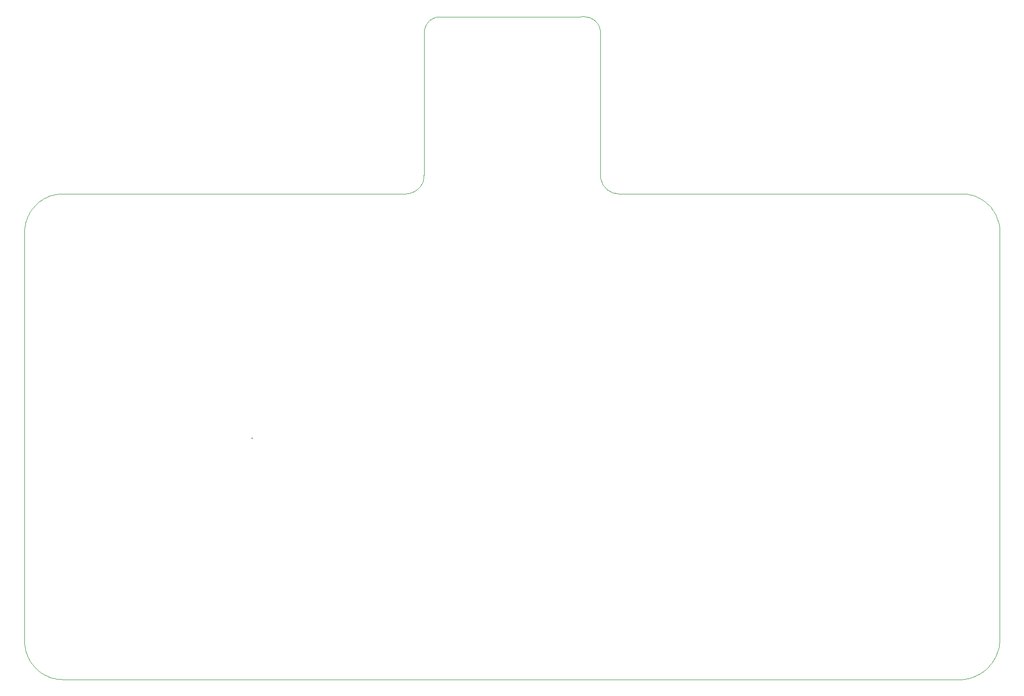
<source format=gm1>
G04*
G04 #@! TF.GenerationSoftware,Altium Limited,Altium Designer,22.0.2 (36)*
G04*
G04 Layer_Color=16711935*
%FSTAX25Y25*%
%MOIN*%
G70*
G04*
G04 #@! TF.SameCoordinates,F14A6DB2-6BAA-43E7-8DF3-1F8C7E56E43F*
G04*
G04*
G04 #@! TF.FilePolarity,Positive*
G04*
G01*
G75*
%ADD10C,0.01000*%
%ADD48C,0.00098*%
%ADD49C,0.00100*%
D10*
X063Y17195D02*
Y1719691D01*
Y17195D02*
Y1719691D01*
D48*
X0863411Y1991625D02*
X0863353Y1992598D01*
X0863207Y1993563D01*
X0862972Y1994509D01*
X086265Y199543D01*
X0862245Y1996317D01*
X086176Y1997163D01*
X0861199Y199796D01*
X0860567Y1998703D01*
X0859869Y1999384D01*
X0859111Y1999997D01*
X08583Y2000538D01*
X0857442Y2001002D01*
X0856545Y2001385D01*
X0855616Y2001683D01*
X0854664Y2001895D01*
X0853697Y2002018D01*
X0852722Y200205D01*
X0755765Y2002011D02*
X0754791Y2001954D01*
X0753827Y2001807D01*
X075288Y2001572D01*
X075196Y200125D01*
X0751072Y2000845D01*
X0750226Y200036D01*
X0749429Y1999799D01*
X0748686Y1999167D01*
X0748005Y1998468D01*
X0747391Y199771D01*
X074685Y1996899D01*
X0746386Y1996041D01*
X0746003Y1995144D01*
X0745705Y1994215D01*
X0745494Y1993263D01*
X0745371Y1992296D01*
X0745338Y1991321D01*
X086342Y189589D02*
X0863459Y1894908D01*
X0863574Y1893933D01*
X0863766Y1892969D01*
X0864032Y1892024D01*
X0864373Y1891102D01*
X0864784Y189021D01*
X0865264Y1889353D01*
X086581Y1888536D01*
X0866418Y1887765D01*
X0867085Y1887043D01*
X0867806Y1886376D01*
X0868577Y1885768D01*
X0869394Y1885222D01*
X0870251Y1884742D01*
X0871143Y1884331D01*
X0872065Y1883991D01*
X087301Y1883725D01*
X0873974Y1883533D01*
X0874949Y1883417D01*
X0875931Y1883379D01*
X0733121D02*
X073414Y1883434D01*
X0735152Y1883574D01*
X0736148Y1883796D01*
X0737122Y18841D01*
X0738068Y1884484D01*
X073898Y1884944D01*
X073985Y1885478D01*
X0740673Y1886082D01*
X0741443Y1886752D01*
X0742155Y1887483D01*
X0742805Y188827D01*
X0743387Y1889109D01*
X0743898Y1889992D01*
X0744335Y1890915D01*
X0744693Y1891871D01*
X0744972Y1892853D01*
X0745168Y1893855D01*
X0745281Y1894869D01*
X074531Y189589D01*
X0745338Y1895918D02*
Y1991321D01*
X0863411Y1895899D02*
Y1991625D01*
X0863411Y1991625D02*
X0863411Y1991625D01*
X0847523Y2002011D02*
X0852722Y200205D01*
X0755765Y2002011D02*
X0847523D01*
X0875931Y1883379D02*
X1105251D01*
X0503479D02*
X0733121D01*
X0863411Y1991625D02*
X0863353Y1992598D01*
X0863207Y1993563D01*
X0862972Y1994509D01*
X086265Y199543D01*
X0862245Y1996317D01*
X086176Y1997163D01*
X0861199Y199796D01*
X0860567Y1998703D01*
X0859869Y1999384D01*
X0859111Y1999997D01*
X08583Y2000538D01*
X0857442Y2001002D01*
X0856545Y2001385D01*
X0855616Y2001683D01*
X0854664Y2001895D01*
X0853697Y2002018D01*
X0852722Y200205D01*
X0755765Y2002011D02*
X0754791Y2001954D01*
X0753827Y2001807D01*
X075288Y2001572D01*
X075196Y200125D01*
X0751072Y2000845D01*
X0750226Y200036D01*
X0749429Y1999799D01*
X0748686Y1999167D01*
X0748005Y1998468D01*
X0747391Y199771D01*
X074685Y1996899D01*
X0746386Y1996041D01*
X0746003Y1995144D01*
X0745705Y1994215D01*
X0745494Y1993263D01*
X0745371Y1992296D01*
X0745338Y1991321D01*
X086342Y189589D02*
X0863459Y1894908D01*
X0863574Y1893933D01*
X0863766Y1892969D01*
X0864032Y1892024D01*
X0864373Y1891102D01*
X0864784Y189021D01*
X0865264Y1889353D01*
X086581Y1888536D01*
X0866418Y1887765D01*
X0867085Y1887043D01*
X0867806Y1886376D01*
X0868577Y1885768D01*
X0869394Y1885222D01*
X0870251Y1884742D01*
X0871143Y1884331D01*
X0872065Y1883991D01*
X087301Y1883725D01*
X0873974Y1883533D01*
X0874949Y1883417D01*
X0875931Y1883379D01*
X0733121D02*
X073414Y1883434D01*
X0735152Y1883574D01*
X0736148Y1883796D01*
X0737122Y18841D01*
X0738068Y1884484D01*
X073898Y1884944D01*
X073985Y1885478D01*
X0740673Y1886082D01*
X0741443Y1886752D01*
X0742155Y1887483D01*
X0742805Y188827D01*
X0743387Y1889109D01*
X0743898Y1889992D01*
X0744335Y1890915D01*
X0744693Y1891871D01*
X0744972Y1892853D01*
X0745168Y1893855D01*
X0745281Y1894869D01*
X074531Y189589D01*
X0745338Y1895918D02*
Y1991321D01*
X0863411Y1895899D02*
Y1991625D01*
X0863411Y1991625D02*
X0863411Y1991625D01*
X0847523Y2002011D02*
X0852722Y200205D01*
X0755765Y2002011D02*
X0847523D01*
X0875931Y1883379D02*
X1105251D01*
X0503479D02*
X0733121D01*
D49*
X0477862Y1583292D02*
X0477882Y1582287D01*
X0477941Y1581285D01*
X047804Y1580285D01*
X0478177Y157929D01*
X0478354Y1578301D01*
X0478569Y157732D01*
X0478823Y1576348D01*
X0479114Y1575387D01*
X0479443Y1574438D01*
X0479809Y1573503D01*
X0480212Y1572583D01*
X048065Y1571679D01*
X0481123Y1570793D01*
X0481631Y1569927D01*
X0482173Y1569081D01*
X0482747Y1568257D01*
X0483353Y1567456D01*
X0483991Y156668D01*
X0484658Y1565929D01*
X0485354Y1565205D01*
X0486078Y1564509D01*
X0486829Y1563842D01*
X0487605Y1563204D01*
X0488406Y1562598D01*
X048923Y1562024D01*
X0490076Y1561482D01*
X0490942Y1560975D01*
X0491828Y1560501D01*
X0492732Y1560063D01*
X0493652Y155966D01*
X0494587Y1559294D01*
X0495536Y1558965D01*
X0496497Y1558673D01*
X0497469Y155842D01*
X049845Y1558205D01*
X0499439Y1558028D01*
X0500434Y1557891D01*
X0501434Y1557792D01*
X0502436Y1557733D01*
X0503441Y1557713D01*
X1130829Y1857801D02*
X1130809Y1858805D01*
X113075Y1859807D01*
X1130652Y1860807D01*
X1130514Y1861802D01*
X1130338Y1862791D01*
X1130122Y1863772D01*
X1129869Y1864744D01*
X1129577Y1865705D01*
X1129248Y1866654D01*
X1128882Y1867589D01*
X112848Y1868509D01*
X1128041Y1869413D01*
X1127568Y1870299D01*
X112706Y1871165D01*
X1126519Y1872011D01*
X1125944Y1872835D01*
X1125338Y1873636D01*
X1124701Y1874412D01*
X1124034Y1875163D01*
X1123337Y1875887D01*
X1122614Y1876583D01*
X1121863Y187725D01*
X1121086Y1877888D01*
X1120285Y1878494D01*
X1119461Y1879068D01*
X1118616Y187961D01*
X1117749Y1880117D01*
X1116863Y1880591D01*
X1115959Y1881029D01*
X1115039Y1881432D01*
X1114104Y1881798D01*
X1113155Y1882127D01*
X1112194Y1882418D01*
X1111222Y1882672D01*
X1110241Y1882887D01*
X1109252Y1883064D01*
X1108257Y1883202D01*
X1107258Y18833D01*
X1106255Y1883359D01*
X1105251Y1883379D01*
X1105917Y1557713D02*
X1106914Y155782D01*
X1107908Y1557964D01*
X1108895Y1558143D01*
X1109875Y1558359D01*
X1110846Y1558611D01*
X1111808Y1558898D01*
X1112758Y155922D01*
X1113696Y1559577D01*
X111462Y1559968D01*
X1115529Y1560393D01*
X1116422Y156085D01*
X1117298Y156134D01*
X1118155Y1561862D01*
X1118992Y1562415D01*
X1119809Y1562999D01*
X1120603Y1563611D01*
X1121375Y1564253D01*
X1122123Y1564923D01*
X1122845Y1565619D01*
X1123542Y1566341D01*
X1124211Y1567089D01*
X1124852Y156786D01*
X1125465Y1568655D01*
X1126049Y1569471D01*
X1126602Y1570309D01*
X1127124Y1571166D01*
X1127614Y1572042D01*
X1128071Y1572935D01*
X1128496Y1573844D01*
X1128887Y1574768D01*
X1129244Y1575706D01*
X1129566Y1576656D01*
X1129853Y1577618D01*
X1130105Y1578589D01*
X1130321Y1579569D01*
X1130501Y1580556D01*
X1130644Y1581549D01*
X1130751Y1582547D01*
X0503441Y188334D02*
X0502436Y188332D01*
X0501434Y1883261D01*
X0500434Y1883163D01*
X0499439Y1883025D01*
X049845Y1882848D01*
X0497469Y1882633D01*
X0496497Y188238D01*
X0495536Y1882088D01*
X0494587Y1881759D01*
X0493652Y1881393D01*
X0492732Y188099D01*
X0491828Y1880552D01*
X0490942Y1880079D01*
X0490076Y1879571D01*
X048923Y1879029D01*
X0488406Y1878455D01*
X0487605Y1877849D01*
X0486829Y1877212D01*
X0486078Y1876544D01*
X0485354Y1875848D01*
X0484658Y1875124D01*
X0483991Y1874373D01*
X0483353Y1873597D01*
X0482747Y1872796D01*
X0482173Y1871972D01*
X0481631Y1871126D01*
X0481123Y187026D01*
X048065Y1869374D01*
X0480212Y186847D01*
X0479809Y186755D01*
X0479443Y1866615D01*
X0479114Y1865666D01*
X0478823Y1864705D01*
X0478569Y1863733D01*
X0478354Y1862752D01*
X0478177Y1861763D01*
X047804Y1860768D01*
X0477941Y1859768D01*
X0477882Y1858766D01*
X0477862Y1857762D01*
X1130751Y1582548D02*
X1130829Y1582626D01*
Y1857801D01*
X0477862Y1583292D02*
Y1857762D01*
X050344Y1557713D02*
X1105917D01*
X0477862Y1583292D02*
X0477882Y1582287D01*
X0477941Y1581285D01*
X047804Y1580285D01*
X0478177Y157929D01*
X0478354Y1578301D01*
X0478569Y157732D01*
X0478823Y1576348D01*
X0479114Y1575387D01*
X0479443Y1574438D01*
X0479809Y1573503D01*
X0480212Y1572583D01*
X048065Y1571679D01*
X0481123Y1570793D01*
X0481631Y1569927D01*
X0482173Y1569081D01*
X0482747Y1568257D01*
X0483353Y1567456D01*
X0483991Y156668D01*
X0484658Y1565929D01*
X0485354Y1565205D01*
X0486078Y1564509D01*
X0486829Y1563842D01*
X0487605Y1563204D01*
X0488406Y1562598D01*
X048923Y1562024D01*
X0490076Y1561482D01*
X0490942Y1560975D01*
X0491828Y1560501D01*
X0492732Y1560063D01*
X0493652Y155966D01*
X0494587Y1559294D01*
X0495536Y1558965D01*
X0496497Y1558673D01*
X0497469Y155842D01*
X049845Y1558205D01*
X0499439Y1558028D01*
X0500434Y1557891D01*
X0501434Y1557792D01*
X0502436Y1557733D01*
X0503441Y1557713D01*
X1130829Y1857801D02*
X1130809Y1858805D01*
X113075Y1859807D01*
X1130652Y1860807D01*
X1130514Y1861802D01*
X1130338Y1862791D01*
X1130122Y1863772D01*
X1129869Y1864744D01*
X1129577Y1865705D01*
X1129248Y1866654D01*
X1128882Y1867589D01*
X112848Y1868509D01*
X1128041Y1869413D01*
X1127568Y1870299D01*
X112706Y1871165D01*
X1126519Y1872011D01*
X1125944Y1872835D01*
X1125338Y1873636D01*
X1124701Y1874412D01*
X1124034Y1875163D01*
X1123337Y1875887D01*
X1122614Y1876583D01*
X1121863Y187725D01*
X1121086Y1877888D01*
X1120285Y1878494D01*
X1119461Y1879068D01*
X1118616Y187961D01*
X1117749Y1880117D01*
X1116863Y1880591D01*
X1115959Y1881029D01*
X1115039Y1881432D01*
X1114104Y1881798D01*
X1113155Y1882127D01*
X1112194Y1882418D01*
X1111222Y1882672D01*
X1110241Y1882887D01*
X1109252Y1883064D01*
X1108257Y1883202D01*
X1107258Y18833D01*
X1106255Y1883359D01*
X1105251Y1883379D01*
X1105917Y1557713D02*
X1106914Y155782D01*
X1107908Y1557964D01*
X1108895Y1558143D01*
X1109875Y1558359D01*
X1110846Y1558611D01*
X1111808Y1558898D01*
X1112758Y155922D01*
X1113696Y1559577D01*
X111462Y1559968D01*
X1115529Y1560393D01*
X1116422Y156085D01*
X1117298Y156134D01*
X1118155Y1561862D01*
X1118992Y1562415D01*
X1119809Y1562999D01*
X1120603Y1563611D01*
X1121375Y1564253D01*
X1122123Y1564923D01*
X1122845Y1565619D01*
X1123542Y1566341D01*
X1124211Y1567089D01*
X1124852Y156786D01*
X1125465Y1568655D01*
X1126049Y1569471D01*
X1126602Y1570309D01*
X1127124Y1571166D01*
X1127614Y1572042D01*
X1128071Y1572935D01*
X1128496Y1573844D01*
X1128887Y1574768D01*
X1129244Y1575706D01*
X1129566Y1576656D01*
X1129853Y1577618D01*
X1130105Y1578589D01*
X1130321Y1579569D01*
X1130501Y1580556D01*
X1130644Y1581549D01*
X1130751Y1582547D01*
X0503441Y188334D02*
X0502436Y188332D01*
X0501434Y1883261D01*
X0500434Y1883163D01*
X0499439Y1883025D01*
X049845Y1882848D01*
X0497469Y1882633D01*
X0496497Y188238D01*
X0495536Y1882088D01*
X0494587Y1881759D01*
X0493652Y1881393D01*
X0492732Y188099D01*
X0491828Y1880552D01*
X0490942Y1880079D01*
X0490076Y1879571D01*
X048923Y1879029D01*
X0488406Y1878455D01*
X0487605Y1877849D01*
X0486829Y1877212D01*
X0486078Y1876544D01*
X0485354Y1875848D01*
X0484658Y1875124D01*
X0483991Y1874373D01*
X0483353Y1873597D01*
X0482747Y1872796D01*
X0482173Y1871972D01*
X0481631Y1871126D01*
X0481123Y187026D01*
X048065Y1869374D01*
X0480212Y186847D01*
X0479809Y186755D01*
X0479443Y1866615D01*
X0479114Y1865666D01*
X0478823Y1864705D01*
X0478569Y1863733D01*
X0478354Y1862752D01*
X0478177Y1861763D01*
X047804Y1860768D01*
X0477941Y1859768D01*
X0477882Y1858766D01*
X0477862Y1857762D01*
X1130751Y1582548D02*
X1130829Y1582626D01*
Y1857801D01*
X0477862Y1583292D02*
Y1857762D01*
X050344Y1557713D02*
X1105917D01*
M02*

</source>
